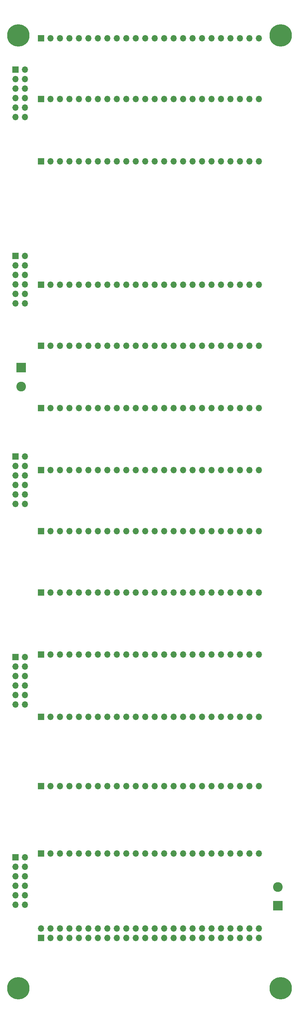
<source format=gbr>
%TF.GenerationSoftware,KiCad,Pcbnew,(5.1.10-1-10_14)*%
%TF.CreationDate,2021-10-20T12:30:06-04:00*%
%TF.ProjectId,16-bit-bus-prototype,31362d62-6974-42d6-9275-732d70726f74,rev?*%
%TF.SameCoordinates,Original*%
%TF.FileFunction,Soldermask,Bot*%
%TF.FilePolarity,Negative*%
%FSLAX46Y46*%
G04 Gerber Fmt 4.6, Leading zero omitted, Abs format (unit mm)*
G04 Created by KiCad (PCBNEW (5.1.10-1-10_14)) date 2021-10-20 12:30:06*
%MOMM*%
%LPD*%
G01*
G04 APERTURE LIST*
%ADD10O,1.700000X1.700000*%
%ADD11R,1.700000X1.700000*%
%ADD12C,6.000000*%
%ADD13C,0.800000*%
%ADD14C,2.600000*%
%ADD15R,2.600000X2.600000*%
G04 APERTURE END LIST*
D10*
%TO.C,J15*%
X129540000Y-56134000D03*
X127000000Y-56134000D03*
X124460000Y-56134000D03*
X121920000Y-56134000D03*
X119380000Y-56134000D03*
X116840000Y-56134000D03*
X114300000Y-56134000D03*
X111760000Y-56134000D03*
X109220000Y-56134000D03*
X106680000Y-56134000D03*
X104140000Y-56134000D03*
X101600000Y-56134000D03*
X99060000Y-56134000D03*
X96520000Y-56134000D03*
X93980000Y-56134000D03*
X91440000Y-56134000D03*
X88900000Y-56134000D03*
X86360000Y-56134000D03*
X83820000Y-56134000D03*
X81280000Y-56134000D03*
X78740000Y-56134000D03*
X76200000Y-56134000D03*
X73660000Y-56134000D03*
D11*
X71120000Y-56134000D03*
%TD*%
D10*
%TO.C,J13*%
X129540000Y-122174000D03*
X127000000Y-122174000D03*
X124460000Y-122174000D03*
X121920000Y-122174000D03*
X119380000Y-122174000D03*
X116840000Y-122174000D03*
X114300000Y-122174000D03*
X111760000Y-122174000D03*
X109220000Y-122174000D03*
X106680000Y-122174000D03*
X104140000Y-122174000D03*
X101600000Y-122174000D03*
X99060000Y-122174000D03*
X96520000Y-122174000D03*
X93980000Y-122174000D03*
X91440000Y-122174000D03*
X88900000Y-122174000D03*
X86360000Y-122174000D03*
X83820000Y-122174000D03*
X81280000Y-122174000D03*
X78740000Y-122174000D03*
X76200000Y-122174000D03*
X73660000Y-122174000D03*
D11*
X71120000Y-122174000D03*
%TD*%
D10*
%TO.C,J11*%
X129540000Y-221488000D03*
X127000000Y-221488000D03*
X124460000Y-221488000D03*
X121920000Y-221488000D03*
X119380000Y-221488000D03*
X116840000Y-221488000D03*
X114300000Y-221488000D03*
X111760000Y-221488000D03*
X109220000Y-221488000D03*
X106680000Y-221488000D03*
X104140000Y-221488000D03*
X101600000Y-221488000D03*
X99060000Y-221488000D03*
X96520000Y-221488000D03*
X93980000Y-221488000D03*
X91440000Y-221488000D03*
X88900000Y-221488000D03*
X86360000Y-221488000D03*
X83820000Y-221488000D03*
X81280000Y-221488000D03*
X78740000Y-221488000D03*
X76200000Y-221488000D03*
X73660000Y-221488000D03*
D11*
X71120000Y-221488000D03*
%TD*%
D10*
%TO.C,J3*%
X129540000Y-258064000D03*
X127000000Y-258064000D03*
X124460000Y-258064000D03*
X121920000Y-258064000D03*
X119380000Y-258064000D03*
X116840000Y-258064000D03*
X114300000Y-258064000D03*
X111760000Y-258064000D03*
X109220000Y-258064000D03*
X106680000Y-258064000D03*
X104140000Y-258064000D03*
X101600000Y-258064000D03*
X99060000Y-258064000D03*
X96520000Y-258064000D03*
X93980000Y-258064000D03*
X91440000Y-258064000D03*
X88900000Y-258064000D03*
X86360000Y-258064000D03*
X83820000Y-258064000D03*
X81280000Y-258064000D03*
X78740000Y-258064000D03*
X76200000Y-258064000D03*
X73660000Y-258064000D03*
D11*
X71120000Y-258064000D03*
%TD*%
D10*
%TO.C,J2*%
X129540000Y-188214000D03*
X127000000Y-188214000D03*
X124460000Y-188214000D03*
X121920000Y-188214000D03*
X119380000Y-188214000D03*
X116840000Y-188214000D03*
X114300000Y-188214000D03*
X111760000Y-188214000D03*
X109220000Y-188214000D03*
X106680000Y-188214000D03*
X104140000Y-188214000D03*
X101600000Y-188214000D03*
X99060000Y-188214000D03*
X96520000Y-188214000D03*
X93980000Y-188214000D03*
X91440000Y-188214000D03*
X88900000Y-188214000D03*
X86360000Y-188214000D03*
X83820000Y-188214000D03*
X81280000Y-188214000D03*
X78740000Y-188214000D03*
X76200000Y-188214000D03*
X73660000Y-188214000D03*
D11*
X71120000Y-188214000D03*
%TD*%
D10*
%TO.C,J1*%
X129540000Y-155448000D03*
X127000000Y-155448000D03*
X124460000Y-155448000D03*
X121920000Y-155448000D03*
X119380000Y-155448000D03*
X116840000Y-155448000D03*
X114300000Y-155448000D03*
X111760000Y-155448000D03*
X109220000Y-155448000D03*
X106680000Y-155448000D03*
X104140000Y-155448000D03*
X101600000Y-155448000D03*
X99060000Y-155448000D03*
X96520000Y-155448000D03*
X93980000Y-155448000D03*
X91440000Y-155448000D03*
X88900000Y-155448000D03*
X86360000Y-155448000D03*
X83820000Y-155448000D03*
X81280000Y-155448000D03*
X78740000Y-155448000D03*
X76200000Y-155448000D03*
X73660000Y-155448000D03*
D11*
X71120000Y-155448000D03*
%TD*%
D12*
%TO.C,REF\u002A\u002A*%
X135382000Y-39116000D03*
D13*
X135382000Y-36866000D03*
X136972990Y-37525010D03*
X137632000Y-39116000D03*
X136972990Y-40706990D03*
X135382000Y-41366000D03*
X133791010Y-40706990D03*
X133132000Y-39116000D03*
X133791010Y-37525010D03*
%TD*%
%TO.C,REF\u002A\u002A*%
X63433010Y-37525010D03*
X62774000Y-39116000D03*
X63433010Y-40706990D03*
X65024000Y-41366000D03*
X66614990Y-40706990D03*
X67274000Y-39116000D03*
X66614990Y-37525010D03*
X65024000Y-36866000D03*
D12*
X65024000Y-39116000D03*
%TD*%
D14*
%TO.C,J25*%
X65786000Y-133016000D03*
D15*
X65786000Y-128016000D03*
%TD*%
D14*
%TO.C,J24*%
X134620000Y-267034000D03*
D15*
X134620000Y-272034000D03*
%TD*%
D11*
%TO.C,J14*%
X64262000Y-259080000D03*
D10*
X66802000Y-259080000D03*
X64262000Y-261620000D03*
X66802000Y-261620000D03*
X64262000Y-264160000D03*
X66802000Y-264160000D03*
X64262000Y-266700000D03*
X66802000Y-266700000D03*
X64262000Y-269240000D03*
X66802000Y-269240000D03*
X64262000Y-271780000D03*
X66802000Y-271780000D03*
%TD*%
%TO.C,J22*%
X66822000Y-218113426D03*
X64282000Y-218113426D03*
X66822000Y-215573426D03*
X64282000Y-215573426D03*
X66822000Y-213033426D03*
X64282000Y-213033426D03*
X66822000Y-210493426D03*
X64282000Y-210493426D03*
X66822000Y-207953426D03*
X64282000Y-207953426D03*
X66822000Y-205413426D03*
D11*
X64282000Y-205413426D03*
%TD*%
D10*
%TO.C,J21*%
X66802000Y-164446855D03*
X64262000Y-164446855D03*
X66802000Y-161906855D03*
X64262000Y-161906855D03*
X66802000Y-159366855D03*
X64262000Y-159366855D03*
X66802000Y-156826855D03*
X64262000Y-156826855D03*
X66802000Y-154286855D03*
X64262000Y-154286855D03*
X66802000Y-151746855D03*
D11*
X64262000Y-151746855D03*
%TD*%
D10*
%TO.C,J20*%
X66802000Y-110780284D03*
X64262000Y-110780284D03*
X66802000Y-108240284D03*
X64262000Y-108240284D03*
X66802000Y-105700284D03*
X64262000Y-105700284D03*
X66802000Y-103160284D03*
X64262000Y-103160284D03*
X66802000Y-100620284D03*
X64262000Y-100620284D03*
X66802000Y-98080284D03*
D11*
X64262000Y-98080284D03*
%TD*%
D10*
%TO.C,J16*%
X66802000Y-60923713D03*
X64262000Y-60923713D03*
X66802000Y-58383713D03*
X64262000Y-58383713D03*
X66802000Y-55843713D03*
X64262000Y-55843713D03*
X66802000Y-53303713D03*
X64262000Y-53303713D03*
X66802000Y-50763713D03*
X64262000Y-50763713D03*
X66802000Y-48223713D03*
D11*
X64262000Y-48223713D03*
%TD*%
D12*
%TO.C,REF\u002A\u002A*%
X65024000Y-294132000D03*
D13*
X65024000Y-291882000D03*
X66614990Y-292541010D03*
X67274000Y-294132000D03*
X66614990Y-295722990D03*
X65024000Y-296382000D03*
X63433010Y-295722990D03*
X62774000Y-294132000D03*
X63433010Y-292541010D03*
%TD*%
D10*
%TO.C,J10*%
X129540000Y-39816000D03*
X127000000Y-39816000D03*
X124460000Y-39816000D03*
X121920000Y-39816000D03*
X119380000Y-39816000D03*
X116840000Y-39816000D03*
X114300000Y-39816000D03*
X111760000Y-39816000D03*
X109220000Y-39816000D03*
X106680000Y-39816000D03*
X104140000Y-39816000D03*
X101600000Y-39816000D03*
X99060000Y-39816000D03*
X96520000Y-39816000D03*
X93980000Y-39816000D03*
X91440000Y-39816000D03*
X88900000Y-39816000D03*
X86360000Y-39816000D03*
X83820000Y-39816000D03*
X81280000Y-39816000D03*
X78740000Y-39816000D03*
X76200000Y-39816000D03*
X73660000Y-39816000D03*
D11*
X71120000Y-39816000D03*
%TD*%
D10*
%TO.C,J9*%
X129540000Y-72804000D03*
X127000000Y-72804000D03*
X124460000Y-72804000D03*
X121920000Y-72804000D03*
X119380000Y-72804000D03*
X116840000Y-72804000D03*
X114300000Y-72804000D03*
X111760000Y-72804000D03*
X109220000Y-72804000D03*
X106680000Y-72804000D03*
X104140000Y-72804000D03*
X101600000Y-72804000D03*
X99060000Y-72804000D03*
X96520000Y-72804000D03*
X93980000Y-72804000D03*
X91440000Y-72804000D03*
X88900000Y-72804000D03*
X86360000Y-72804000D03*
X83820000Y-72804000D03*
X81280000Y-72804000D03*
X78740000Y-72804000D03*
X76200000Y-72804000D03*
X73660000Y-72804000D03*
D11*
X71120000Y-72804000D03*
%TD*%
D10*
%TO.C,J8*%
X129540000Y-105792000D03*
X127000000Y-105792000D03*
X124460000Y-105792000D03*
X121920000Y-105792000D03*
X119380000Y-105792000D03*
X116840000Y-105792000D03*
X114300000Y-105792000D03*
X111760000Y-105792000D03*
X109220000Y-105792000D03*
X106680000Y-105792000D03*
X104140000Y-105792000D03*
X101600000Y-105792000D03*
X99060000Y-105792000D03*
X96520000Y-105792000D03*
X93980000Y-105792000D03*
X91440000Y-105792000D03*
X88900000Y-105792000D03*
X86360000Y-105792000D03*
X83820000Y-105792000D03*
X81280000Y-105792000D03*
X78740000Y-105792000D03*
X76200000Y-105792000D03*
X73660000Y-105792000D03*
D11*
X71120000Y-105792000D03*
%TD*%
D10*
%TO.C,J7*%
X129540000Y-138780000D03*
X127000000Y-138780000D03*
X124460000Y-138780000D03*
X121920000Y-138780000D03*
X119380000Y-138780000D03*
X116840000Y-138780000D03*
X114300000Y-138780000D03*
X111760000Y-138780000D03*
X109220000Y-138780000D03*
X106680000Y-138780000D03*
X104140000Y-138780000D03*
X101600000Y-138780000D03*
X99060000Y-138780000D03*
X96520000Y-138780000D03*
X93980000Y-138780000D03*
X91440000Y-138780000D03*
X88900000Y-138780000D03*
X86360000Y-138780000D03*
X83820000Y-138780000D03*
X81280000Y-138780000D03*
X78740000Y-138780000D03*
X76200000Y-138780000D03*
X73660000Y-138780000D03*
D11*
X71120000Y-138780000D03*
%TD*%
D10*
%TO.C,J6*%
X129540000Y-171768000D03*
X127000000Y-171768000D03*
X124460000Y-171768000D03*
X121920000Y-171768000D03*
X119380000Y-171768000D03*
X116840000Y-171768000D03*
X114300000Y-171768000D03*
X111760000Y-171768000D03*
X109220000Y-171768000D03*
X106680000Y-171768000D03*
X104140000Y-171768000D03*
X101600000Y-171768000D03*
X99060000Y-171768000D03*
X96520000Y-171768000D03*
X93980000Y-171768000D03*
X91440000Y-171768000D03*
X88900000Y-171768000D03*
X86360000Y-171768000D03*
X83820000Y-171768000D03*
X81280000Y-171768000D03*
X78740000Y-171768000D03*
X76200000Y-171768000D03*
X73660000Y-171768000D03*
D11*
X71120000Y-171768000D03*
%TD*%
D10*
%TO.C,J5*%
X129540000Y-204756000D03*
X127000000Y-204756000D03*
X124460000Y-204756000D03*
X121920000Y-204756000D03*
X119380000Y-204756000D03*
X116840000Y-204756000D03*
X114300000Y-204756000D03*
X111760000Y-204756000D03*
X109220000Y-204756000D03*
X106680000Y-204756000D03*
X104140000Y-204756000D03*
X101600000Y-204756000D03*
X99060000Y-204756000D03*
X96520000Y-204756000D03*
X93980000Y-204756000D03*
X91440000Y-204756000D03*
X88900000Y-204756000D03*
X86360000Y-204756000D03*
X83820000Y-204756000D03*
X81280000Y-204756000D03*
X78740000Y-204756000D03*
X76200000Y-204756000D03*
X73660000Y-204756000D03*
D11*
X71120000Y-204756000D03*
%TD*%
D10*
%TO.C,J12*%
X129540000Y-240030000D03*
X127000000Y-240030000D03*
X124460000Y-240030000D03*
X121920000Y-240030000D03*
X119380000Y-240030000D03*
X116840000Y-240030000D03*
X114300000Y-240030000D03*
X111760000Y-240030000D03*
X109220000Y-240030000D03*
X106680000Y-240030000D03*
X104140000Y-240030000D03*
X101600000Y-240030000D03*
X99060000Y-240030000D03*
X96520000Y-240030000D03*
X93980000Y-240030000D03*
X91440000Y-240030000D03*
X88900000Y-240030000D03*
X86360000Y-240030000D03*
X83820000Y-240030000D03*
X81280000Y-240030000D03*
X78740000Y-240030000D03*
X76200000Y-240030000D03*
X73660000Y-240030000D03*
D11*
X71120000Y-240030000D03*
%TD*%
D10*
%TO.C,J4*%
X129540000Y-278130000D03*
X129540000Y-280670000D03*
X127000000Y-278130000D03*
X127000000Y-280670000D03*
X124460000Y-278130000D03*
X124460000Y-280670000D03*
X121920000Y-278130000D03*
X121920000Y-280670000D03*
X119380000Y-278130000D03*
X119380000Y-280670000D03*
X116840000Y-278130000D03*
X116840000Y-280670000D03*
X114300000Y-278130000D03*
X114300000Y-280670000D03*
X111760000Y-278130000D03*
X111760000Y-280670000D03*
X109220000Y-278130000D03*
X109220000Y-280670000D03*
X106680000Y-278130000D03*
X106680000Y-280670000D03*
X104140000Y-278130000D03*
X104140000Y-280670000D03*
X101600000Y-278130000D03*
X101600000Y-280670000D03*
X99060000Y-278130000D03*
X99060000Y-280670000D03*
X96520000Y-278130000D03*
X96520000Y-280670000D03*
X93980000Y-278130000D03*
X93980000Y-280670000D03*
X91440000Y-278130000D03*
X91440000Y-280670000D03*
X88900000Y-278130000D03*
X88900000Y-280670000D03*
X86360000Y-278130000D03*
X86360000Y-280670000D03*
X83820000Y-278130000D03*
X83820000Y-280670000D03*
X81280000Y-278130000D03*
X81280000Y-280670000D03*
X78740000Y-278130000D03*
X78740000Y-280670000D03*
X76200000Y-278130000D03*
X76200000Y-280670000D03*
X73660000Y-278130000D03*
X73660000Y-280670000D03*
X71120000Y-278130000D03*
D11*
X71120000Y-280670000D03*
%TD*%
D13*
%TO.C,REF\u002A\u002A*%
X133791010Y-292541010D03*
X133132000Y-294132000D03*
X133791010Y-295722990D03*
X135382000Y-296382000D03*
X136972990Y-295722990D03*
X137632000Y-294132000D03*
X136972990Y-292541010D03*
X135382000Y-291882000D03*
D12*
X135382000Y-294132000D03*
%TD*%
M02*

</source>
